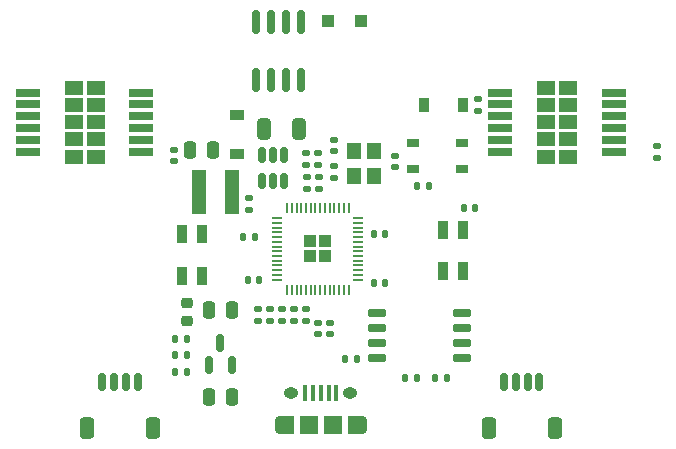
<source format=gbr>
%TF.GenerationSoftware,KiCad,Pcbnew,(6.0.1)*%
%TF.CreationDate,2022-02-12T08:58:57-05:00*%
%TF.ProjectId,motor-driver,6d6f746f-722d-4647-9269-7665722e6b69,rev?*%
%TF.SameCoordinates,Original*%
%TF.FileFunction,Paste,Top*%
%TF.FilePolarity,Positive*%
%FSLAX46Y46*%
G04 Gerber Fmt 4.6, Leading zero omitted, Abs format (unit mm)*
G04 Created by KiCad (PCBNEW (6.0.1)) date 2022-02-12 08:58:57*
%MOMM*%
%LPD*%
G01*
G04 APERTURE LIST*
G04 Aperture macros list*
%AMRoundRect*
0 Rectangle with rounded corners*
0 $1 Rounding radius*
0 $2 $3 $4 $5 $6 $7 $8 $9 X,Y pos of 4 corners*
0 Add a 4 corners polygon primitive as box body*
4,1,4,$2,$3,$4,$5,$6,$7,$8,$9,$2,$3,0*
0 Add four circle primitives for the rounded corners*
1,1,$1+$1,$2,$3*
1,1,$1+$1,$4,$5*
1,1,$1+$1,$6,$7*
1,1,$1+$1,$8,$9*
0 Add four rect primitives between the rounded corners*
20,1,$1+$1,$2,$3,$4,$5,0*
20,1,$1+$1,$4,$5,$6,$7,0*
20,1,$1+$1,$6,$7,$8,$9,0*
20,1,$1+$1,$8,$9,$2,$3,0*%
G04 Aperture macros list end*
%ADD10RoundRect,0.140000X-0.170000X0.140000X-0.170000X-0.140000X0.170000X-0.140000X0.170000X0.140000X0*%
%ADD11RoundRect,0.140000X-0.140000X-0.170000X0.140000X-0.170000X0.140000X0.170000X-0.140000X0.170000X0*%
%ADD12RoundRect,0.150000X-0.150000X-0.625000X0.150000X-0.625000X0.150000X0.625000X-0.150000X0.625000X0*%
%ADD13RoundRect,0.250000X-0.350000X-0.650000X0.350000X-0.650000X0.350000X0.650000X-0.350000X0.650000X0*%
%ADD14RoundRect,0.135000X0.135000X0.185000X-0.135000X0.185000X-0.135000X-0.185000X0.135000X-0.185000X0*%
%ADD15RoundRect,0.250000X0.250000X0.475000X-0.250000X0.475000X-0.250000X-0.475000X0.250000X-0.475000X0*%
%ADD16RoundRect,0.135000X0.185000X-0.135000X0.185000X0.135000X-0.185000X0.135000X-0.185000X-0.135000X0*%
%ADD17RoundRect,0.150000X0.650000X0.150000X-0.650000X0.150000X-0.650000X-0.150000X0.650000X-0.150000X0*%
%ADD18R,1.200000X1.400000*%
%ADD19R,1.050000X0.650000*%
%ADD20RoundRect,0.140000X0.140000X0.170000X-0.140000X0.170000X-0.140000X-0.170000X0.140000X-0.170000X0*%
%ADD21RoundRect,0.135000X-0.135000X-0.185000X0.135000X-0.185000X0.135000X0.185000X-0.135000X0.185000X0*%
%ADD22RoundRect,0.140000X0.170000X-0.140000X0.170000X0.140000X-0.170000X0.140000X-0.170000X-0.140000X0*%
%ADD23RoundRect,0.150000X0.150000X-0.587500X0.150000X0.587500X-0.150000X0.587500X-0.150000X-0.587500X0*%
%ADD24RoundRect,0.135000X-0.185000X0.135000X-0.185000X-0.135000X0.185000X-0.135000X0.185000X0.135000X0*%
%ADD25RoundRect,0.218750X0.256250X-0.218750X0.256250X0.218750X-0.256250X0.218750X-0.256250X-0.218750X0*%
%ADD26R,0.850000X1.600000*%
%ADD27O,0.890000X1.550000*%
%ADD28O,1.250000X0.950000*%
%ADD29R,0.400000X1.350000*%
%ADD30R,1.200000X1.550000*%
%ADD31R,1.500000X1.550000*%
%ADD32R,1.550000X1.160000*%
%ADD33R,2.000000X0.650000*%
%ADD34RoundRect,0.150000X0.150000X-0.512500X0.150000X0.512500X-0.150000X0.512500X-0.150000X-0.512500X0*%
%ADD35R,1.100000X1.100000*%
%ADD36R,1.200000X3.700000*%
%ADD37RoundRect,0.250000X-0.325000X-0.650000X0.325000X-0.650000X0.325000X0.650000X-0.325000X0.650000X0*%
%ADD38R,0.900000X1.200000*%
%ADD39RoundRect,0.150000X0.150000X-0.825000X0.150000X0.825000X-0.150000X0.825000X-0.150000X-0.825000X0*%
%ADD40R,1.200000X0.900000*%
%ADD41RoundRect,0.250000X0.292217X0.292217X-0.292217X0.292217X-0.292217X-0.292217X0.292217X-0.292217X0*%
%ADD42RoundRect,0.050000X0.387500X0.050000X-0.387500X0.050000X-0.387500X-0.050000X0.387500X-0.050000X0*%
%ADD43RoundRect,0.050000X0.050000X0.387500X-0.050000X0.387500X-0.050000X-0.387500X0.050000X-0.387500X0*%
G04 APERTURE END LIST*
D10*
%TO.C,C9*%
X150762000Y-124995000D03*
X150762000Y-125955000D03*
%TD*%
D11*
%TO.C,C16*%
X154473000Y-121665000D03*
X155433000Y-121665000D03*
%TD*%
D12*
%TO.C,J7*%
X131500000Y-130000000D03*
X132500000Y-130000000D03*
X133500000Y-130000000D03*
X134500000Y-130000000D03*
D13*
X130200000Y-133875000D03*
X135800000Y-133875000D03*
%TD*%
D11*
%TO.C,C15*%
X154473000Y-117474000D03*
X155433000Y-117474000D03*
%TD*%
D14*
%TO.C,R9*%
X138699000Y-129158000D03*
X137679000Y-129158000D03*
%TD*%
D15*
%TO.C,C3*%
X142441000Y-123951000D03*
X140541000Y-123951000D03*
%TD*%
D10*
%TO.C,C19*%
X143904000Y-114454000D03*
X143904000Y-115414000D03*
%TD*%
D16*
%TO.C,R8*%
X148730000Y-111634000D03*
X148730000Y-110614000D03*
%TD*%
D17*
%TO.C,U6*%
X161982000Y-128015000D03*
X161982000Y-126745000D03*
X161982000Y-125475000D03*
X161982000Y-124205000D03*
X154782000Y-124205000D03*
X154782000Y-125475000D03*
X154782000Y-126745000D03*
X154782000Y-128015000D03*
%TD*%
D18*
%TO.C,Y1*%
X152833000Y-110409000D03*
X152833000Y-112609000D03*
X154533000Y-112609000D03*
X154533000Y-110409000D03*
%TD*%
D19*
%TO.C,SW1*%
X157831000Y-109795000D03*
X161981000Y-109795000D03*
X157831000Y-111945000D03*
X161981000Y-111945000D03*
%TD*%
D20*
%TO.C,C13*%
X144765000Y-121411000D03*
X143805000Y-121411000D03*
%TD*%
D21*
%TO.C,R2*%
X159650000Y-129666000D03*
X160670000Y-129666000D03*
%TD*%
D22*
%TO.C,C20*%
X151143000Y-110461000D03*
X151143000Y-109501000D03*
%TD*%
D23*
%TO.C,U4*%
X140541000Y-128571500D03*
X142441000Y-128571500D03*
X141491000Y-126696500D03*
%TD*%
D22*
%TO.C,C21*%
X156262000Y-111819000D03*
X156262000Y-110859000D03*
%TD*%
D10*
%TO.C,C17*%
X149746000Y-124995000D03*
X149746000Y-125955000D03*
%TD*%
D24*
%TO.C,R12*%
X163335000Y-106042000D03*
X163335000Y-107062000D03*
%TD*%
D25*
%TO.C,D1*%
X138697000Y-124865500D03*
X138697000Y-123290500D03*
%TD*%
D20*
%TO.C,C18*%
X153020005Y-128040409D03*
X152060005Y-128040409D03*
%TD*%
D10*
%TO.C,C5*%
X146698000Y-123852000D03*
X146698000Y-124812000D03*
%TD*%
D22*
%TO.C,C10*%
X148857000Y-113636000D03*
X148857000Y-112676000D03*
%TD*%
D26*
%TO.C,D3*%
X139953000Y-117502000D03*
X138203000Y-117502000D03*
X138203000Y-121002000D03*
X139953000Y-121002000D03*
%TD*%
D10*
%TO.C,C14*%
X144666000Y-123852000D03*
X144666000Y-124812000D03*
%TD*%
D27*
%TO.C,J14*%
X153500000Y-133633000D03*
X146500000Y-133633000D03*
D28*
X147500000Y-130933000D03*
X152500000Y-130933000D03*
D29*
X148700000Y-130933000D03*
X149350000Y-130933000D03*
X150000000Y-130933000D03*
X150650000Y-130933000D03*
X151300000Y-130933000D03*
D30*
X152900000Y-133633000D03*
X147100000Y-133633000D03*
D31*
X149000000Y-133633000D03*
X151000000Y-133633000D03*
%TD*%
D26*
%TO.C,D4*%
X162051000Y-117121000D03*
X160301000Y-117121000D03*
X160301000Y-120621000D03*
X162051000Y-120621000D03*
%TD*%
D22*
%TO.C,C11*%
X149873000Y-113636000D03*
X149873000Y-112676000D03*
%TD*%
D16*
%TO.C,R6*%
X147714000Y-124842000D03*
X147714000Y-123822000D03*
%TD*%
D21*
%TO.C,R3*%
X157110000Y-129666000D03*
X158130000Y-129666000D03*
%TD*%
D32*
%TO.C,U2*%
X169075000Y-110920000D03*
X169075000Y-106540000D03*
X169075000Y-109460000D03*
X169075000Y-108000000D03*
X170925000Y-110920000D03*
X170925000Y-106540000D03*
X170925000Y-105080000D03*
X169075000Y-105080000D03*
X170925000Y-109460000D03*
X170925000Y-108000000D03*
D33*
X174800000Y-110500000D03*
X174800000Y-109500000D03*
X174800000Y-108500000D03*
X174800000Y-107500000D03*
X174800000Y-106500000D03*
X174800000Y-105500000D03*
X165200000Y-105500000D03*
X165200000Y-106500000D03*
X165200000Y-107500000D03*
X165200000Y-108500000D03*
X165200000Y-109500000D03*
X165200000Y-110500000D03*
%TD*%
D14*
%TO.C,R10*%
X138699000Y-127761000D03*
X137679000Y-127761000D03*
%TD*%
D34*
%TO.C,U3*%
X144986000Y-113023500D03*
X145936000Y-113023500D03*
X146886000Y-113023500D03*
X146886000Y-110748500D03*
X145936000Y-110748500D03*
X144986000Y-110748500D03*
%TD*%
D20*
%TO.C,C12*%
X144384000Y-117728000D03*
X143424000Y-117728000D03*
%TD*%
D21*
%TO.C,R1*%
X137677000Y-126364000D03*
X138697000Y-126364000D03*
%TD*%
D35*
%TO.C,D6*%
X153432000Y-99440000D03*
X150632000Y-99440000D03*
%TD*%
D16*
%TO.C,R5*%
X148730000Y-124842000D03*
X148730000Y-123822000D03*
%TD*%
D21*
%TO.C,R7*%
X158126000Y-113410000D03*
X159146000Y-113410000D03*
%TD*%
D11*
%TO.C,C23*%
X162093000Y-115315000D03*
X163053000Y-115315000D03*
%TD*%
D36*
%TO.C,L1*%
X142510000Y-113918000D03*
X139710000Y-113918000D03*
%TD*%
D37*
%TO.C,C4*%
X145223000Y-108584000D03*
X148173000Y-108584000D03*
%TD*%
D10*
%TO.C,C7*%
X137554000Y-110362000D03*
X137554000Y-111322000D03*
%TD*%
D38*
%TO.C,D5*%
X158764000Y-106552000D03*
X162064000Y-106552000D03*
%TD*%
D10*
%TO.C,C8*%
X178448000Y-110070000D03*
X178448000Y-111030000D03*
%TD*%
D39*
%TO.C,Q1*%
X144539000Y-104455000D03*
X145809000Y-104455000D03*
X147079000Y-104455000D03*
X148349000Y-104455000D03*
X148349000Y-99505000D03*
X147079000Y-99505000D03*
X145809000Y-99505000D03*
X144539000Y-99505000D03*
%TD*%
D40*
%TO.C,D2*%
X142888000Y-110742000D03*
X142888000Y-107442000D03*
%TD*%
D10*
%TO.C,C6*%
X145682000Y-123852000D03*
X145682000Y-124812000D03*
%TD*%
D15*
%TO.C,C22*%
X140856000Y-110362000D03*
X138956000Y-110362000D03*
%TD*%
D24*
%TO.C,R11*%
X149746000Y-110614000D03*
X149746000Y-111634000D03*
%TD*%
D12*
%TO.C,J6*%
X165500000Y-130000000D03*
X166500000Y-130000000D03*
X167500000Y-130000000D03*
X168500000Y-130000000D03*
D13*
X164200000Y-133875000D03*
X169800000Y-133875000D03*
%TD*%
D32*
%TO.C,U1*%
X130925000Y-108000000D03*
X130925000Y-110920000D03*
X129075000Y-110920000D03*
X129075000Y-108000000D03*
X130925000Y-109460000D03*
X130925000Y-106540000D03*
X129075000Y-109460000D03*
X130925000Y-105080000D03*
X129075000Y-105080000D03*
X129075000Y-106540000D03*
D33*
X134800000Y-110500000D03*
X134800000Y-109500000D03*
X134800000Y-108500000D03*
X134800000Y-107500000D03*
X134800000Y-106500000D03*
X134800000Y-105500000D03*
X125200000Y-105500000D03*
X125200000Y-106500000D03*
X125200000Y-107500000D03*
X125200000Y-108500000D03*
X125200000Y-109500000D03*
X125200000Y-110500000D03*
%TD*%
D16*
%TO.C,R4*%
X151143000Y-112777000D03*
X151143000Y-111757000D03*
%TD*%
D15*
%TO.C,C2*%
X142441000Y-131317000D03*
X140541000Y-131317000D03*
%TD*%
D41*
%TO.C,U5*%
X149108500Y-118106500D03*
X150383500Y-118106500D03*
X149108500Y-119381500D03*
X150383500Y-119381500D03*
D42*
X153183500Y-121344000D03*
X153183500Y-120944000D03*
X153183500Y-120544000D03*
X153183500Y-120144000D03*
X153183500Y-119744000D03*
X153183500Y-119344000D03*
X153183500Y-118944000D03*
X153183500Y-118544000D03*
X153183500Y-118144000D03*
X153183500Y-117744000D03*
X153183500Y-117344000D03*
X153183500Y-116944000D03*
X153183500Y-116544000D03*
X153183500Y-116144000D03*
D43*
X152346000Y-115306500D03*
X151946000Y-115306500D03*
X151546000Y-115306500D03*
X151146000Y-115306500D03*
X150746000Y-115306500D03*
X150346000Y-115306500D03*
X149946000Y-115306500D03*
X149546000Y-115306500D03*
X149146000Y-115306500D03*
X148746000Y-115306500D03*
X148346000Y-115306500D03*
X147946000Y-115306500D03*
X147546000Y-115306500D03*
X147146000Y-115306500D03*
D42*
X146308500Y-116144000D03*
X146308500Y-116544000D03*
X146308500Y-116944000D03*
X146308500Y-117344000D03*
X146308500Y-117744000D03*
X146308500Y-118144000D03*
X146308500Y-118544000D03*
X146308500Y-118944000D03*
X146308500Y-119344000D03*
X146308500Y-119744000D03*
X146308500Y-120144000D03*
X146308500Y-120544000D03*
X146308500Y-120944000D03*
X146308500Y-121344000D03*
D43*
X147146000Y-122181500D03*
X147546000Y-122181500D03*
X147946000Y-122181500D03*
X148346000Y-122181500D03*
X148746000Y-122181500D03*
X149146000Y-122181500D03*
X149546000Y-122181500D03*
X149946000Y-122181500D03*
X150346000Y-122181500D03*
X150746000Y-122181500D03*
X151146000Y-122181500D03*
X151546000Y-122181500D03*
X151946000Y-122181500D03*
X152346000Y-122181500D03*
%TD*%
M02*

</source>
